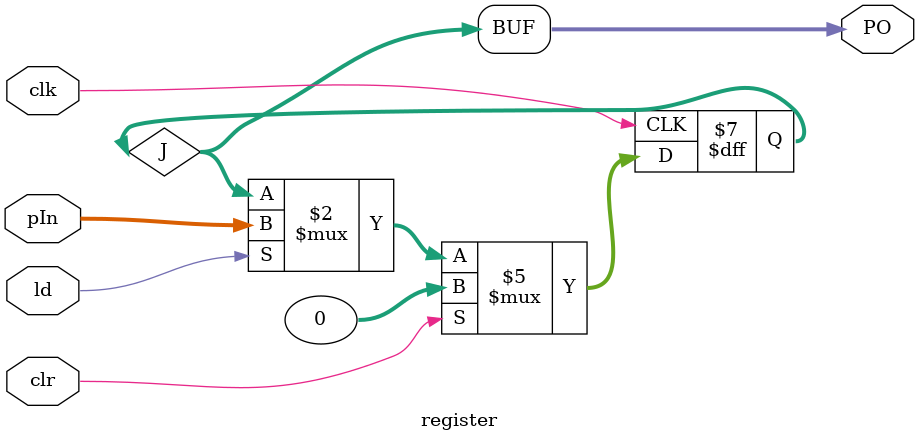
<source format=v>
`timescale 1ns/1ns
module register (input [31:0] pIn, input clk, clr, ld, output reg [31:0] PO);
	reg [31:0] J;
	always @ (posedge clk) begin
		if (clr)
			J <= 0;
		else if(ld)
			J <= pIn;
	end

	assign PO = J;

endmodule



</source>
